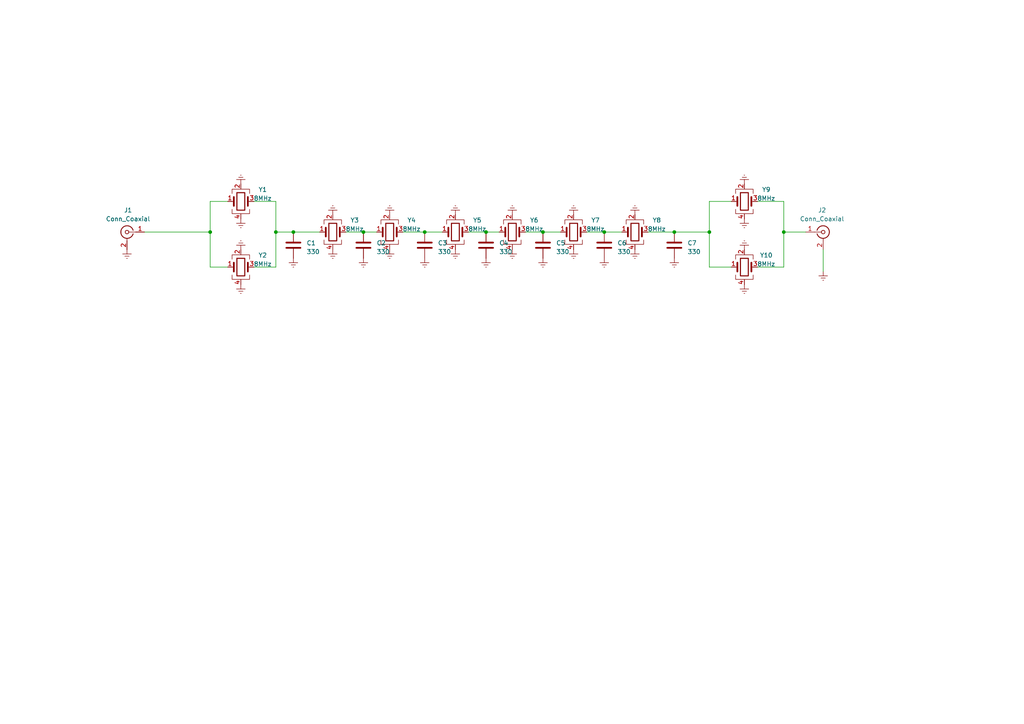
<source format=kicad_sch>
(kicad_sch (version 20230121) (generator eeschema)
  (paper "A4")
  (lib_symbols
    (symbol "Connector:Conn_Coaxial" (pin_names (offset 1.016) hide)
      (property "Reference" "J" (at 0.254 3.048 0))
      (property "Value" "Conn_Coaxial" (at 2.921 0 90))
      (symbol "Conn_Coaxial_0_1"
        (arc (start -1.778 -0.508) (mid 0.2311 -1.8066) (end 1.778 0) (stroke (width 0.254)))
        (polyline (pts (xy -2.54 0) (xy -0.508 0)))
        (polyline (pts (xy 0 -2.54) (xy 0 -1.778)))
        (circle (center 0 0) (radius 0.508) (stroke (width 0.2032)))
        (arc (start 1.778 0) (mid 0.2099 1.8101) (end -1.778 0.508) (stroke (width 0.254)))
      )
      (symbol "Conn_Coaxial_1_1"
        (pin passive line (at -5.08 0 0) (length 2.54) (name "In") (number "1"))
        (pin passive line (at 0 -5.08 90) (length 2.54) (name "Ext") (number "2"))
      )
    )
    (symbol "Device:C" (pin_numbers hide) (pin_names (offset 0.254))
      (property "Reference" "C" (at 0.635 2.54 0))
      (property "Value" "C" (at 0.635 -2.54 0))
      (symbol "C_0_1"
        (polyline (pts (xy -2.032 -0.762) (xy 2.032 -0.762)) (stroke (width 0.508)))
        (polyline (pts (xy -2.032 0.762) (xy 2.032 0.762)) (stroke (width 0.508)))
      )
      (symbol "C_1_1"
        (pin passive line (at 0 3.81 270) (length 2.794) (name "~") (number "1"))
        (pin passive line (at 0 -3.81 90) (length 2.794) (name "~") (number "2"))
      )
    )
    (symbol "Device:Crystal_GND24" (pin_names (offset 1.016) hide)
      (property "Reference" "Y" (at 3.175 5.08 0))
      (property "Value" "Crystal_GND24" (at 3.175 3.175 0))
      (symbol "Crystal_GND24_0_1"
        (rectangle (start -1.143 2.54) (end 1.143 -2.54) (stroke (width 0.3048)))
        (polyline (pts (xy -2.54 0) (xy -2.032 0)))
        (polyline (pts (xy -2.032 -1.27) (xy -2.032 1.27)) (stroke (width 0.508)))
        (polyline (pts (xy 0 -3.81) (xy 0 -3.556)))
        (polyline (pts (xy 0 3.556) (xy 0 3.81)))
        (polyline (pts (xy 2.032 -1.27) (xy 2.032 1.27)) (stroke (width 0.508)))
        (polyline (pts (xy 2.032 0) (xy 2.54 0)))
        (polyline (pts (xy -2.54 -2.286) (xy -2.54 -3.556) (xy 2.54 -3.556) (xy 2.54 -2.286)))
        (polyline (pts (xy -2.54 2.286) (xy -2.54 3.556) (xy 2.54 3.556) (xy 2.54 2.286)))
      )
      (symbol "Crystal_GND24_1_1"
        (pin passive line (at -3.81 0 0) (length 1.27) (name "1") (number "1"))
        (pin passive line (at 0 5.08 270) (length 1.27) (name "2") (number "2"))
        (pin passive line (at 3.81 0 180) (length 1.27) (name "3") (number "3"))
        (pin passive line (at 0 -5.08 90) (length 1.27) (name "4") (number "4"))
      )
    )
    (symbol "power:Earth" (power) (pin_names (offset 0))
      (symbol "Earth_0_1"
        (polyline (pts (xy -0.635 -1.905) (xy 0.635 -1.905)))
        (polyline (pts (xy -0.127 -2.54) (xy 0.127 -2.54)))
        (polyline (pts (xy 0 -1.27) (xy 0 0)))
        (polyline (pts (xy 1.27 -1.27) (xy -1.27 -1.27)))
      )
      (symbol "Earth_1_1"
        (pin power_in line (at 0 0 270) (length 0) hide (name "Earth") (number "1"))
      )
    )
  )
  (junction (at 60.96 67.31))
  (junction (at 175.26 67.31))
  (junction (at 85.09 67.31))
  (junction (at 140.97 67.31))
  (junction (at 157.48 67.31))
  (junction (at 205.74 67.31))
  (junction (at 227.33 67.31))
  (junction (at 105.41 67.31))
  (junction (at 195.58 67.31))
  (junction (at 80.01 67.31))
  (junction (at 123.19 67.31))
  (wire (pts (xy 80.01 67.31) (xy 85.09 67.31)))
  (wire (pts (xy 238.76 72.39) (xy 238.76 78.74)))
  (wire (pts (xy 219.71 58.42) (xy 227.33 58.42)))
  (wire (pts (xy 227.33 67.31) (xy 233.68 67.31)))
  (wire (pts (xy 105.41 67.31) (xy 109.22 67.31)))
  (wire (pts (xy 85.09 67.31) (xy 92.71 67.31)))
  (wire (pts (xy 73.66 77.47) (xy 80.01 77.47)))
  (wire (pts (xy 219.71 77.47) (xy 227.33 77.47)))
  (wire (pts (xy 41.91 67.31) (xy 60.96 67.31)))
  (wire (pts (xy 205.74 77.47) (xy 212.09 77.47)))
  (wire (pts (xy 227.33 67.31) (xy 227.33 77.47)))
  (wire (pts (xy 187.96 67.31) (xy 195.58 67.31)))
  (wire (pts (xy 170.18 67.31) (xy 175.26 67.31)))
  (wire (pts (xy 195.58 67.31) (xy 205.74 67.31)))
  (wire (pts (xy 205.74 67.31) (xy 205.74 77.47)))
  (wire (pts (xy 116.84 67.31) (xy 123.19 67.31)))
  (wire (pts (xy 135.89 67.31) (xy 140.97 67.31)))
  (wire (pts (xy 140.97 67.31) (xy 144.78 67.31)))
  (wire (pts (xy 227.33 58.42) (xy 227.33 67.31)))
  (wire (pts (xy 123.19 67.31) (xy 128.27 67.31)))
  (wire (pts (xy 80.01 58.42) (xy 73.66 58.42)))
  (wire (pts (xy 80.01 67.31) (xy 80.01 77.47)))
  (wire (pts (xy 175.26 67.31) (xy 180.34 67.31)))
  (wire (pts (xy 60.96 77.47) (xy 66.04 77.47)))
  (wire (pts (xy 60.96 58.42) (xy 66.04 58.42)))
  (wire (pts (xy 100.33 67.31) (xy 105.41 67.31)))
  (wire (pts (xy 205.74 58.42) (xy 212.09 58.42)))
  (wire (pts (xy 60.96 67.31) (xy 60.96 58.42)))
  (wire (pts (xy 157.48 67.31) (xy 162.56 67.31)))
  (wire (pts (xy 205.74 67.31) (xy 205.74 58.42)))
  (wire (pts (xy 60.96 67.31) (xy 60.96 77.47)))
  (wire (pts (xy 152.4 67.31) (xy 157.48 67.31)))
  (wire (pts (xy 80.01 58.42) (xy 80.01 67.31)))
  (symbol (lib_id "power:Earth") (at 105.41 74.93 0) (unit 1)
    (property "Reference" "#PWR08" (effects hide))
    (property "Value" "Earth" (effects hide))
  )
  (symbol (lib_id "power:Earth") (at 184.15 72.39 0) (unit 1)
    (property "Reference" "#PWR022" (effects hide))
    (property "Value" "Earth" (effects hide))
  )
  (symbol (lib_id "Device:Crystal_GND24") (at 166.37 67.31 0) (unit 1)
    (property "Reference" "Y7" (at 172.72 63.8811 0))
    (property "Value" "8MHz" (at 172.72 66.4211 0))
    (property "Footprint" "Crystal:Crystal_SMD_3225-4Pin_3.2x2.5mm" (effects hide))
  )
  (symbol (lib_id "power:Earth") (at 215.9 82.55 0) (unit 1)
    (property "Reference" "#PWR027" (effects hide))
    (property "Value" "Earth" (effects hide))
  )
  (symbol (lib_id "power:Earth") (at 69.85 63.5 0) (unit 1)
    (property "Reference" "#PWR02" (effects hide))
    (property "Value" "Earth" (effects hide))
  )
  (symbol (lib_id "power:Earth") (at 113.03 72.39 0) (unit 1)
    (property "Reference" "#PWR010" (effects hide))
    (property "Value" "Earth" (effects hide))
  )
  (symbol (lib_id "Device:C") (at 140.97 71.12 180) (unit 1)
    (property "Reference" "C4" (at 144.78 70.485 0) (effects (justify right)))
    (property "Value" "330" (at 144.78 73.025 0) (effects (justify right)))
    (property "Footprint" "Capacitor_SMD:C_0805_2012Metric" (effects hide))
  )
  (symbol (lib_id "power:Earth") (at 184.15 62.23 180) (unit 1)
    (property "Reference" "#PWR021" (effects hide))
    (property "Value" "Earth" (effects hide))
  )
  (symbol (lib_id "Device:Crystal_GND24") (at 215.9 77.47 0) (unit 1)
    (property "Reference" "Y10" (at 222.25 74.0411 0))
    (property "Value" "8MHz" (at 222.25 76.5811 0))
    (property "Footprint" "Crystal:Crystal_SMD_3225-4Pin_3.2x2.5mm" (effects hide))
  )
  (symbol (lib_id "Device:Crystal_GND24") (at 96.52 67.31 0) (unit 1)
    (property "Reference" "Y3" (at 102.87 63.8811 0))
    (property "Value" "8MHz" (at 102.87 66.4211 0))
    (property "Footprint" "Crystal:Crystal_SMD_3225-4Pin_3.2x2.5mm" (effects hide))
  )
  (symbol (lib_id "power:Earth") (at 132.08 62.23 180) (unit 1)
    (property "Reference" "#PWR012" (effects hide))
    (property "Value" "Earth" (effects hide))
  )
  (symbol (lib_id "Device:Crystal_GND24") (at 148.59 67.31 0) (unit 1)
    (property "Reference" "Y6" (at 154.94 63.8811 0))
    (property "Value" "8MHz" (at 154.94 66.4211 0))
    (property "Footprint" "Crystal:Crystal_SMD_3225-4Pin_3.2x2.5mm" (effects hide))
  )
  (symbol (lib_id "power:Earth") (at 85.09 74.93 0) (unit 1)
    (property "Reference" "#PWR05" (effects hide))
    (property "Value" "Earth" (effects hide))
  )
  (symbol (lib_id "Connector:Conn_Coaxial") (at 238.76 67.31 0) (unit 1)
    (property "Reference" "J2" (at 238.4426 60.96 0))
    (property "Value" "Conn_Coaxial" (at 238.4426 63.5 0))
    (property "Footprint" "Connector_Coaxial:U.FL_Hirose_U.FL-R-SMT-1_Vertical" (effects hide))
    (property "Datasheet" " ~" (effects hide))
  )
  (symbol (lib_id "power:Earth") (at 215.9 72.39 180) (unit 1)
    (property "Reference" "#PWR026" (effects hide))
    (property "Value" "Earth" (effects hide))
  )
  (symbol (lib_id "Device:C") (at 195.58 71.12 180) (unit 1)
    (property "Reference" "C7" (at 199.39 70.485 0) (effects (justify right)))
    (property "Value" "330" (at 199.39 73.025 0) (effects (justify right)))
    (property "Footprint" "Capacitor_SMD:C_0805_2012Metric" (effects hide))
  )
  (symbol (lib_id "Device:Crystal_GND24") (at 69.85 58.42 0) (unit 1)
    (property "Reference" "Y1" (at 76.2 54.9911 0))
    (property "Value" "8MHz" (at 76.2 57.5311 0))
    (property "Footprint" "Crystal:Crystal_SMD_3225-4Pin_3.2x2.5mm" (effects hide))
  )
  (symbol (lib_id "power:Earth") (at 69.85 82.55 0) (unit 1)
    (property "Reference" "#PWR04" (effects hide))
    (property "Value" "Earth" (effects hide))
  )
  (symbol (lib_id "Device:C") (at 105.41 71.12 180) (unit 1)
    (property "Reference" "C2" (at 109.22 70.485 0) (effects (justify right)))
    (property "Value" "330" (at 109.22 73.025 0) (effects (justify right)))
    (property "Footprint" "Capacitor_SMD:C_0805_2012Metric" (effects hide))
  )
  (symbol (lib_id "power:Earth") (at 175.26 74.93 0) (unit 1)
    (property "Reference" "#PWR020" (effects hide))
    (property "Value" "Earth" (effects hide))
  )
  (symbol (lib_id "Device:Crystal_GND24") (at 113.03 67.31 0) (unit 1)
    (property "Reference" "Y4" (at 119.38 63.8811 0))
    (property "Value" "8MHz" (at 119.38 66.4211 0))
    (property "Footprint" "Crystal:Crystal_SMD_3225-4Pin_3.2x2.5mm" (effects hide))
  )
  (symbol (lib_id "Device:Crystal_GND24") (at 132.08 67.31 0) (unit 1)
    (property "Reference" "Y5" (at 138.43 63.8811 0))
    (property "Value" "8MHz" (at 138.43 66.4211 0))
    (property "Footprint" "Crystal:Crystal_SMD_3225-4Pin_3.2x2.5mm" (effects hide))
  )
  (symbol (lib_id "Device:Crystal_GND24") (at 184.15 67.31 0) (unit 1)
    (property "Reference" "Y8" (at 190.5 63.8811 0))
    (property "Value" "8MHz" (at 190.5 66.4211 0))
    (property "Footprint" "Crystal:Crystal_SMD_3225-4Pin_3.2x2.5mm" (effects hide))
  )
  (symbol (lib_id "Connector:Conn_Coaxial") (at 36.83 67.31 0) (mirror y) (unit 1)
    (property "Reference" "J1" (at 37.1474 60.96 0))
    (property "Value" "Conn_Coaxial" (at 37.1474 63.5 0))
    (property "Footprint" "Connector_Coaxial:U.FL_Hirose_U.FL-R-SMT-1_Vertical" (effects hide))
    (property "Datasheet" " ~" (effects hide))
  )
  (symbol (lib_id "power:Earth") (at 157.48 74.93 0) (unit 1)
    (property "Reference" "#PWR017" (effects hide))
    (property "Value" "Earth" (effects hide))
  )
  (symbol (lib_id "Device:C") (at 123.19 71.12 180) (unit 1)
    (property "Reference" "C3" (at 127 70.485 0) (effects (justify right)))
    (property "Value" "330" (at 127 73.025 0) (effects (justify right)))
    (property "Footprint" "Capacitor_SMD:C_0805_2012Metric" (effects hide))
  )
  (symbol (lib_id "power:Earth") (at 36.83 72.39 0) (unit 1)
    (property "Reference" "#PWR028" (effects hide))
    (property "Value" "Earth" (effects hide))
  )
  (symbol (lib_id "power:Earth") (at 148.59 72.39 0) (unit 1)
    (property "Reference" "#PWR016" (effects hide))
    (property "Value" "Earth" (effects hide))
  )
  (symbol (lib_id "Device:C") (at 157.48 71.12 180) (unit 1)
    (property "Reference" "C5" (at 161.29 70.485 0) (effects (justify right)))
    (property "Value" "330" (at 161.29 73.025 0) (effects (justify right)))
    (property "Footprint" "Capacitor_SMD:C_0805_2012Metric" (effects hide))
  )
  (symbol (lib_id "power:Earth") (at 113.03 62.23 180) (unit 1)
    (property "Reference" "#PWR09" (effects hide))
    (property "Value" "Earth" (effects hide))
  )
  (symbol (lib_id "power:Earth") (at 69.85 72.39 180) (unit 1)
    (property "Reference" "#PWR03" (effects hide))
    (property "Value" "Earth" (effects hide))
  )
  (symbol (lib_id "power:Earth") (at 166.37 72.39 0) (unit 1)
    (property "Reference" "#PWR019" (effects hide))
    (property "Value" "Earth" (effects hide))
  )
  (symbol (lib_id "power:Earth") (at 96.52 62.23 180) (unit 1)
    (property "Reference" "#PWR06" (effects hide))
    (property "Value" "Earth" (effects hide))
  )
  (symbol (lib_id "power:Earth") (at 69.85 53.34 180) (unit 1)
    (property "Reference" "#PWR01" (effects hide))
    (property "Value" "Earth" (effects hide))
  )
  (symbol (lib_id "power:Earth") (at 215.9 53.34 180) (unit 1)
    (property "Reference" "#PWR024" (effects hide))
    (property "Value" "Earth" (effects hide))
  )
  (symbol (lib_id "power:Earth") (at 96.52 72.39 0) (unit 1)
    (property "Reference" "#PWR07" (effects hide))
    (property "Value" "Earth" (effects hide))
  )
  (symbol (lib_id "Device:Crystal_GND24") (at 69.85 77.47 0) (unit 1)
    (property "Reference" "Y2" (at 76.2 74.0411 0))
    (property "Value" "8MHz" (at 76.2 76.5811 0))
    (property "Footprint" "Crystal:Crystal_SMD_3225-4Pin_3.2x2.5mm" (effects hide))
  )
  (symbol (lib_id "Device:Crystal_GND24") (at 215.9 58.42 0) (unit 1)
    (property "Reference" "Y9" (at 222.25 54.9911 0))
    (property "Value" "8MHz" (at 222.25 57.5311 0))
    (property "Footprint" "Crystal:Crystal_SMD_3225-4Pin_3.2x2.5mm" (effects hide))
  )
  (symbol (lib_id "power:Earth") (at 166.37 62.23 180) (unit 1)
    (property "Reference" "#PWR018" (effects hide))
    (property "Value" "Earth" (effects hide))
  )
  (symbol (lib_id "power:Earth") (at 215.9 63.5 0) (unit 1)
    (property "Reference" "#PWR025" (effects hide))
    (property "Value" "Earth" (effects hide))
  )
  (symbol (lib_id "power:Earth") (at 238.76 78.74 0) (unit 1)
    (property "Reference" "#PWR029" (effects hide))
    (property "Value" "Earth" (effects hide))
  )
  (symbol (lib_id "power:Earth") (at 195.58 74.93 0) (unit 1)
    (property "Reference" "#PWR023" (effects hide))
    (property "Value" "Earth" (effects hide))
  )
  (symbol (lib_id "power:Earth") (at 132.08 72.39 0) (unit 1)
    (property "Reference" "#PWR013" (effects hide))
    (property "Value" "Earth" (effects hide))
  )
  (symbol (lib_id "power:Earth") (at 148.59 62.23 180) (unit 1)
    (property "Reference" "#PWR015" (effects hide))
    (property "Value" "Earth" (effects hide))
  )
  (symbol (lib_id "Device:C") (at 175.26 71.12 180) (unit 1)
    (property "Reference" "C6" (at 179.07 70.485 0) (effects (justify right)))
    (property "Value" "330" (at 179.07 73.025 0) (effects (justify right)))
    (property "Footprint" "Capacitor_SMD:C_0805_2012Metric" (effects hide))
  )
  (symbol (lib_id "power:Earth") (at 140.97 74.93 0) (unit 1)
    (property "Reference" "#PWR014" (effects hide))
    (property "Value" "Earth" (effects hide))
  )
  (symbol (lib_id "power:Earth") (at 123.19 74.93 0) (unit 1)
    (property "Reference" "#PWR011" (effects hide))
    (property "Value" "Earth" (effects hide))
  )
  (symbol (lib_id "Device:C") (at 85.09 71.12 180) (unit 1)
    (property "Reference" "C1" (at 88.9 70.485 0) (effects (justify right)))
    (property "Value" "330" (at 88.9 73.025 0) (effects (justify right)))
    (property "Footprint" "Capacitor_SMD:C_0805_2012Metric" (effects hide))
  )
)
</source>
